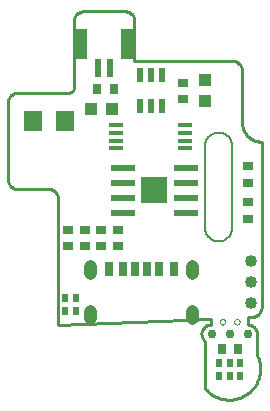
<source format=gtp>
G75*
G70*
%OFA0B0*%
%FSLAX24Y24*%
%IPPOS*%
%LPD*%
%AMOC8*
5,1,8,0,0,1.08239X$1,22.5*
%
%ADD10C,0.0050*%
%ADD11C,0.0100*%
%ADD12C,0.0000*%
%ADD13R,0.0630X0.0709*%
%ADD14R,0.0433X0.0394*%
%ADD15R,0.0394X0.0433*%
%ADD16R,0.0354X0.0250*%
%ADD17R,0.0250X0.0354*%
%ADD18R,0.0810X0.0240*%
%ADD19R,0.0900X0.0900*%
%ADD20R,0.0217X0.0472*%
%ADD21R,0.0472X0.0138*%
%ADD22R,0.0315X0.0472*%
%ADD23R,0.0299X0.0472*%
%ADD24C,0.0004*%
%ADD25C,0.0433*%
%ADD26C,0.0400*%
%ADD27C,0.0300*%
%ADD28R,0.0236X0.0610*%
%ADD29R,0.0480X0.1000*%
%ADD30R,0.0197X0.0276*%
D10*
X007158Y005886D02*
X007158Y008596D01*
X007160Y008637D01*
X007165Y008677D01*
X007174Y008717D01*
X007187Y008756D01*
X007203Y008793D01*
X007222Y008829D01*
X007245Y008863D01*
X007270Y008895D01*
X007299Y008925D01*
X007329Y008952D01*
X007362Y008976D01*
X007397Y008997D01*
X007434Y009014D01*
X007472Y009029D01*
X007512Y009040D01*
X007552Y009047D01*
X007593Y009051D01*
X007633Y009051D01*
X007674Y009047D01*
X007714Y009040D01*
X007754Y009029D01*
X007792Y009014D01*
X007829Y008997D01*
X007864Y008976D01*
X007897Y008952D01*
X007927Y008925D01*
X007956Y008895D01*
X007981Y008863D01*
X008004Y008829D01*
X008023Y008793D01*
X008039Y008756D01*
X008052Y008717D01*
X008061Y008677D01*
X008066Y008637D01*
X008068Y008596D01*
X008068Y005886D01*
X008066Y005845D01*
X008061Y005805D01*
X008052Y005765D01*
X008039Y005726D01*
X008023Y005689D01*
X008004Y005653D01*
X007981Y005619D01*
X007956Y005587D01*
X007927Y005557D01*
X007897Y005530D01*
X007864Y005506D01*
X007829Y005485D01*
X007792Y005468D01*
X007754Y005453D01*
X007714Y005442D01*
X007674Y005435D01*
X007633Y005431D01*
X007593Y005431D01*
X007552Y005435D01*
X007512Y005442D01*
X007472Y005453D01*
X007434Y005468D01*
X007397Y005485D01*
X007362Y005506D01*
X007329Y005530D01*
X007299Y005557D01*
X007270Y005587D01*
X007245Y005619D01*
X007222Y005653D01*
X007203Y005689D01*
X007187Y005726D01*
X007174Y005765D01*
X007165Y005805D01*
X007160Y005845D01*
X007158Y005886D01*
D11*
X007364Y002832D02*
X002254Y002646D01*
X002254Y006898D01*
X002248Y006931D01*
X002239Y006963D01*
X002226Y006994D01*
X002210Y007023D01*
X002192Y007050D01*
X002170Y007076D01*
X002146Y007099D01*
X002120Y007119D01*
X002092Y007137D01*
X002062Y007151D01*
X002031Y007162D01*
X001999Y007170D01*
X001966Y007175D01*
X001933Y007176D01*
X001900Y007174D01*
X001899Y007174D02*
X000904Y007174D01*
X000871Y007176D01*
X000839Y007181D01*
X000807Y007189D01*
X000776Y007201D01*
X000747Y007216D01*
X000719Y007234D01*
X000693Y007255D01*
X000670Y007278D01*
X000649Y007304D01*
X000631Y007331D01*
X000616Y007361D01*
X000604Y007392D01*
X000596Y007424D01*
X000591Y007456D01*
X000589Y007489D01*
X000589Y010062D01*
X000591Y010095D01*
X000596Y010127D01*
X000604Y010159D01*
X000616Y010190D01*
X000631Y010219D01*
X000649Y010247D01*
X000670Y010273D01*
X000693Y010296D01*
X000719Y010317D01*
X000747Y010335D01*
X000776Y010350D01*
X000807Y010362D01*
X000839Y010370D01*
X000871Y010375D01*
X000904Y010377D01*
X002595Y010377D01*
X002595Y010376D02*
X002621Y010378D01*
X002646Y010383D01*
X002670Y010391D01*
X002693Y010402D01*
X002715Y010417D01*
X002734Y010434D01*
X002751Y010453D01*
X002766Y010474D01*
X002777Y010498D01*
X002785Y010522D01*
X002790Y010547D01*
X002792Y010573D01*
X002792Y012782D01*
X002794Y012815D01*
X002799Y012847D01*
X002807Y012879D01*
X002819Y012910D01*
X002834Y012939D01*
X002852Y012967D01*
X002873Y012993D01*
X002896Y013016D01*
X002922Y013037D01*
X002950Y013055D01*
X002979Y013070D01*
X003010Y013082D01*
X003042Y013090D01*
X003074Y013095D01*
X003107Y013097D01*
X004489Y013097D01*
X004522Y013095D01*
X004554Y013090D01*
X004586Y013082D01*
X004617Y013070D01*
X004646Y013055D01*
X004674Y013037D01*
X004700Y013016D01*
X004723Y012993D01*
X004744Y012967D01*
X004762Y012939D01*
X004777Y012910D01*
X004789Y012879D01*
X004797Y012847D01*
X004802Y012815D01*
X004804Y012782D01*
X004804Y011456D01*
X008073Y011456D01*
X008073Y011455D02*
X008108Y011452D01*
X008142Y011444D01*
X008175Y011433D01*
X008207Y011419D01*
X008237Y011401D01*
X008265Y011380D01*
X008291Y011356D01*
X008315Y011330D01*
X008335Y011302D01*
X008352Y011271D01*
X008367Y011239D01*
X008377Y011206D01*
X008384Y011171D01*
X008388Y011136D01*
X008387Y011101D01*
X008388Y011101D02*
X008388Y009382D01*
X008387Y009381D02*
X008391Y009333D01*
X008397Y009285D01*
X008408Y009237D01*
X008422Y009191D01*
X008439Y009145D01*
X008460Y009101D01*
X008484Y009059D01*
X008511Y009019D01*
X008541Y008981D01*
X008574Y008945D01*
X008610Y008911D01*
X008647Y008881D01*
X008687Y008853D01*
X008729Y008828D01*
X008773Y008807D01*
X008818Y008789D01*
X008864Y008774D01*
X008912Y008763D01*
X008960Y008756D01*
X009008Y008752D01*
X009057Y008751D01*
X009057Y008752D02*
X009057Y003294D01*
X009055Y003255D01*
X009049Y003217D01*
X009040Y003180D01*
X009027Y003143D01*
X009010Y003108D01*
X008991Y003075D01*
X008968Y003044D01*
X008942Y003015D01*
X008913Y002989D01*
X008882Y002966D01*
X008849Y002947D01*
X008814Y002930D01*
X008777Y002917D01*
X008740Y002908D01*
X008702Y002902D01*
X008663Y002900D01*
X008663Y002901D02*
X008585Y002901D01*
X008585Y002646D01*
X008618Y002644D01*
X008650Y002639D01*
X008682Y002631D01*
X008713Y002619D01*
X008742Y002604D01*
X008770Y002586D01*
X008796Y002565D01*
X008819Y002542D01*
X008840Y002516D01*
X008858Y002488D01*
X008873Y002459D01*
X008885Y002428D01*
X008893Y002396D01*
X008898Y002364D01*
X008900Y002331D01*
X008900Y001623D01*
X008925Y001565D01*
X008947Y001505D01*
X008964Y001444D01*
X008978Y001382D01*
X008988Y001320D01*
X008995Y001257D01*
X008997Y001193D01*
X008995Y001130D01*
X008990Y001066D01*
X008981Y001004D01*
X008968Y000942D01*
X008951Y000880D01*
X008930Y000820D01*
X008906Y000762D01*
X008878Y000705D01*
X008847Y000649D01*
X008813Y000596D01*
X008775Y000545D01*
X008734Y000496D01*
X008690Y000450D01*
X008644Y000407D01*
X008595Y000367D01*
X008544Y000329D01*
X008490Y000295D01*
X008435Y000265D01*
X008377Y000237D01*
X008318Y000214D01*
X008258Y000194D01*
X008197Y000177D01*
X008135Y000165D01*
X008072Y000156D01*
X008009Y000151D01*
X007945Y000150D01*
X007882Y000153D01*
X007819Y000160D01*
X007756Y000170D01*
X007694Y000185D01*
X007633Y000203D01*
X007574Y000225D01*
X007516Y000251D01*
X007459Y000280D01*
X007405Y000312D01*
X007352Y000348D01*
X007302Y000387D01*
X007254Y000428D01*
X007209Y000473D01*
X007167Y000520D01*
X007167Y002095D01*
X007168Y002096D02*
X007141Y002117D01*
X007116Y002141D01*
X007095Y002168D01*
X007076Y002197D01*
X007061Y002228D01*
X007050Y002260D01*
X007042Y002293D01*
X007038Y002328D01*
X007039Y002362D01*
X007043Y002396D01*
X007050Y002430D01*
X007062Y002462D01*
X007077Y002493D01*
X007096Y002522D01*
X007117Y002548D01*
X007142Y002572D01*
X007169Y002593D01*
X007198Y002611D01*
X007229Y002626D01*
X007262Y002637D01*
X007296Y002644D01*
X007330Y002647D01*
X007364Y002646D01*
X007364Y002832D01*
D12*
X007650Y002746D02*
X007652Y002765D01*
X007658Y002783D01*
X007667Y002799D01*
X007680Y002813D01*
X007695Y002824D01*
X007712Y002832D01*
X007731Y002836D01*
X007749Y002836D01*
X007768Y002832D01*
X007785Y002824D01*
X007800Y002813D01*
X007813Y002799D01*
X007822Y002783D01*
X007828Y002765D01*
X007830Y002746D01*
X007828Y002727D01*
X007822Y002709D01*
X007813Y002693D01*
X007800Y002679D01*
X007785Y002668D01*
X007768Y002660D01*
X007749Y002656D01*
X007731Y002656D01*
X007712Y002660D01*
X007695Y002668D01*
X007680Y002679D01*
X007667Y002693D01*
X007658Y002709D01*
X007652Y002727D01*
X007650Y002746D01*
X008130Y002746D02*
X008132Y002765D01*
X008138Y002783D01*
X008147Y002799D01*
X008160Y002813D01*
X008175Y002824D01*
X008192Y002832D01*
X008211Y002836D01*
X008229Y002836D01*
X008248Y002832D01*
X008265Y002824D01*
X008280Y002813D01*
X008293Y002799D01*
X008302Y002783D01*
X008308Y002765D01*
X008310Y002746D01*
X008308Y002727D01*
X008302Y002709D01*
X008293Y002693D01*
X008280Y002679D01*
X008265Y002668D01*
X008248Y002660D01*
X008229Y002656D01*
X008211Y002656D01*
X008192Y002660D01*
X008175Y002668D01*
X008160Y002679D01*
X008147Y002693D01*
X008138Y002709D01*
X008132Y002727D01*
X008130Y002746D01*
D13*
X002496Y009426D03*
X001414Y009426D03*
D14*
X007150Y010092D03*
X007150Y010801D03*
D15*
X004056Y009846D03*
X003347Y009846D03*
D16*
X003150Y005820D03*
X003150Y005273D03*
X003700Y005273D03*
X003700Y005820D03*
X004250Y005820D03*
X004250Y005273D03*
X002600Y005273D03*
X002600Y005820D03*
X006433Y010173D03*
X006433Y010720D03*
X008600Y007937D03*
X008600Y007390D03*
X008600Y006737D03*
X008600Y006190D03*
D17*
X008261Y001846D03*
X007714Y001846D03*
X004117Y010496D03*
X003570Y010496D03*
D18*
X004410Y007880D03*
X004410Y007380D03*
X004410Y006880D03*
X004410Y006380D03*
X006530Y006380D03*
X006530Y006880D03*
X006530Y007380D03*
X006530Y007880D03*
D19*
X005470Y007130D03*
D20*
X005350Y009934D03*
X004976Y009934D03*
X004976Y010958D03*
X005350Y010958D03*
X005724Y010958D03*
X005724Y009934D03*
D21*
X006502Y009301D03*
X006502Y009045D03*
X006502Y008789D03*
X006502Y008533D03*
X004198Y008533D03*
X004198Y008789D03*
X004198Y009045D03*
X004198Y009301D03*
D22*
X004438Y004504D03*
X003954Y004504D03*
X005635Y004504D03*
X006119Y004504D03*
D23*
X005233Y004504D03*
X004840Y004504D03*
D24*
X003454Y004600D02*
X003454Y004356D01*
X003452Y004336D01*
X003447Y004316D01*
X003438Y004297D01*
X003426Y004280D01*
X003412Y004266D01*
X003395Y004254D01*
X003376Y004245D01*
X003356Y004240D01*
X003336Y004238D01*
X003316Y004240D01*
X003296Y004245D01*
X003277Y004254D01*
X003260Y004266D01*
X003246Y004280D01*
X003234Y004297D01*
X003225Y004316D01*
X003220Y004336D01*
X003218Y004356D01*
X003218Y004600D01*
X003220Y004620D01*
X003225Y004640D01*
X003234Y004659D01*
X003246Y004676D01*
X003260Y004690D01*
X003277Y004702D01*
X003296Y004711D01*
X003316Y004716D01*
X003336Y004718D01*
X003356Y004716D01*
X003376Y004711D01*
X003395Y004702D01*
X003412Y004690D01*
X003426Y004676D01*
X003438Y004659D01*
X003447Y004640D01*
X003452Y004620D01*
X003454Y004600D01*
X003454Y003104D02*
X003454Y002860D01*
X003452Y002840D01*
X003447Y002820D01*
X003438Y002801D01*
X003426Y002784D01*
X003412Y002770D01*
X003395Y002758D01*
X003376Y002749D01*
X003356Y002744D01*
X003336Y002742D01*
X003316Y002744D01*
X003296Y002749D01*
X003277Y002758D01*
X003260Y002770D01*
X003246Y002784D01*
X003234Y002801D01*
X003225Y002820D01*
X003220Y002840D01*
X003218Y002860D01*
X003218Y003104D01*
X003220Y003124D01*
X003225Y003144D01*
X003234Y003163D01*
X003246Y003180D01*
X003260Y003194D01*
X003277Y003206D01*
X003296Y003215D01*
X003316Y003220D01*
X003336Y003222D01*
X003356Y003220D01*
X003376Y003215D01*
X003395Y003206D01*
X003412Y003194D01*
X003426Y003180D01*
X003438Y003163D01*
X003447Y003144D01*
X003452Y003124D01*
X003454Y003104D01*
X006619Y003104D02*
X006619Y002860D01*
X006621Y002840D01*
X006626Y002820D01*
X006635Y002801D01*
X006647Y002784D01*
X006661Y002770D01*
X006678Y002758D01*
X006697Y002749D01*
X006717Y002744D01*
X006737Y002742D01*
X006757Y002744D01*
X006777Y002749D01*
X006796Y002758D01*
X006813Y002770D01*
X006827Y002784D01*
X006839Y002801D01*
X006848Y002820D01*
X006853Y002840D01*
X006855Y002860D01*
X006855Y003104D01*
X006853Y003124D01*
X006848Y003144D01*
X006839Y003163D01*
X006827Y003180D01*
X006813Y003194D01*
X006796Y003206D01*
X006777Y003215D01*
X006757Y003220D01*
X006737Y003222D01*
X006717Y003220D01*
X006697Y003215D01*
X006678Y003206D01*
X006661Y003194D01*
X006647Y003180D01*
X006635Y003163D01*
X006626Y003144D01*
X006621Y003124D01*
X006619Y003104D01*
X006619Y004356D02*
X006619Y004600D01*
X006621Y004620D01*
X006626Y004640D01*
X006635Y004659D01*
X006647Y004676D01*
X006661Y004690D01*
X006678Y004702D01*
X006697Y004711D01*
X006717Y004716D01*
X006737Y004718D01*
X006757Y004716D01*
X006777Y004711D01*
X006796Y004702D01*
X006813Y004690D01*
X006827Y004676D01*
X006839Y004659D01*
X006848Y004640D01*
X006853Y004620D01*
X006855Y004600D01*
X006855Y004356D01*
X006853Y004336D01*
X006848Y004316D01*
X006839Y004297D01*
X006827Y004280D01*
X006813Y004266D01*
X006796Y004254D01*
X006777Y004245D01*
X006757Y004240D01*
X006737Y004238D01*
X006717Y004240D01*
X006697Y004245D01*
X006678Y004254D01*
X006661Y004266D01*
X006647Y004280D01*
X006635Y004297D01*
X006626Y004316D01*
X006621Y004336D01*
X006619Y004356D01*
D25*
X006737Y004594D02*
X006737Y004594D01*
X006737Y004358D01*
X006737Y004358D01*
X006737Y004594D01*
X006737Y003098D02*
X006737Y003098D01*
X006737Y002862D01*
X006737Y002862D01*
X006737Y003098D01*
X003336Y003098D02*
X003336Y003098D01*
X003336Y002862D01*
X003336Y002862D01*
X003336Y003098D01*
X003336Y004594D02*
X003336Y004594D01*
X003336Y004358D01*
X003336Y004358D01*
X003336Y004594D01*
D26*
X008700Y004784D03*
X008700Y004084D03*
X008700Y003384D03*
D27*
X008587Y002346D03*
X007987Y002346D03*
X007387Y002346D03*
D28*
X003990Y011202D03*
X003597Y011202D03*
D29*
X002985Y011996D03*
X004602Y011996D03*
D30*
X002850Y003525D03*
X002500Y003525D03*
X002500Y003092D03*
X002850Y003092D03*
X007637Y001363D03*
X007987Y001363D03*
X008337Y001363D03*
X008337Y000930D03*
X007987Y000930D03*
X007637Y000930D03*
M02*

</source>
